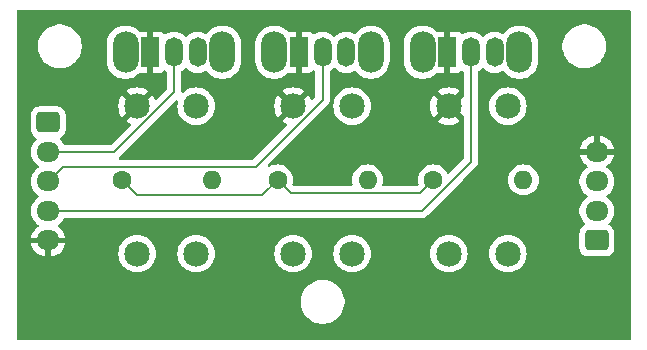
<source format=gbl>
%TF.GenerationSoftware,KiCad,Pcbnew,8.0.1*%
%TF.CreationDate,2024-04-28T18:53:44+02:00*%
%TF.ProjectId,SwitchesModule,53776974-6368-4657-934d-6f64756c652e,v0.1*%
%TF.SameCoordinates,Original*%
%TF.FileFunction,Copper,L2,Bot*%
%TF.FilePolarity,Positive*%
%FSLAX46Y46*%
G04 Gerber Fmt 4.6, Leading zero omitted, Abs format (unit mm)*
G04 Created by KiCad (PCBNEW 8.0.1) date 2024-04-28 18:53:44*
%MOMM*%
%LPD*%
G01*
G04 APERTURE LIST*
G04 Aperture macros list*
%AMRoundRect*
0 Rectangle with rounded corners*
0 $1 Rounding radius*
0 $2 $3 $4 $5 $6 $7 $8 $9 X,Y pos of 4 corners*
0 Add a 4 corners polygon primitive as box body*
4,1,4,$2,$3,$4,$5,$6,$7,$8,$9,$2,$3,0*
0 Add four circle primitives for the rounded corners*
1,1,$1+$1,$2,$3*
1,1,$1+$1,$4,$5*
1,1,$1+$1,$6,$7*
1,1,$1+$1,$8,$9*
0 Add four rect primitives between the rounded corners*
20,1,$1+$1,$2,$3,$4,$5,0*
20,1,$1+$1,$4,$5,$6,$7,0*
20,1,$1+$1,$6,$7,$8,$9,0*
20,1,$1+$1,$8,$9,$2,$3,0*%
G04 Aperture macros list end*
%TA.AperFunction,ComponentPad*%
%ADD10C,2.159000*%
%TD*%
%TA.AperFunction,ComponentPad*%
%ADD11O,2.200000X3.500000*%
%TD*%
%TA.AperFunction,ComponentPad*%
%ADD12R,1.500000X2.500000*%
%TD*%
%TA.AperFunction,ComponentPad*%
%ADD13O,1.500000X2.500000*%
%TD*%
%TA.AperFunction,ComponentPad*%
%ADD14C,1.600000*%
%TD*%
%TA.AperFunction,ComponentPad*%
%ADD15O,1.600000X1.600000*%
%TD*%
%TA.AperFunction,ComponentPad*%
%ADD16RoundRect,0.250000X0.725000X-0.600000X0.725000X0.600000X-0.725000X0.600000X-0.725000X-0.600000X0*%
%TD*%
%TA.AperFunction,ComponentPad*%
%ADD17O,1.950000X1.700000*%
%TD*%
%TA.AperFunction,ComponentPad*%
%ADD18RoundRect,0.250000X-0.725000X0.600000X-0.725000X-0.600000X0.725000X-0.600000X0.725000X0.600000X0*%
%TD*%
%TA.AperFunction,Conductor*%
%ADD19C,0.200000*%
%TD*%
G04 APERTURE END LIST*
D10*
%TO.P,SW3,1,1*%
%TO.N,Net-(J1-Pin_3)*%
X161533520Y-96496700D03*
%TO.P,SW3,2,2*%
%TO.N,unconnected-(SW3-Pad2)*%
X161533520Y-108993500D03*
%TO.P,SW3,3,K*%
%TO.N,GND*%
X156534800Y-96496700D03*
%TO.P,SW3,4,A*%
%TO.N,unconnected-(SW3-A-Pad4)*%
X156534800Y-108993500D03*
%TD*%
D11*
%TO.P,SW5,*%
%TO.N,*%
X141732000Y-91948000D03*
X149932000Y-91948000D03*
D12*
%TO.P,SW5,1,O*%
%TO.N,GND*%
X143832000Y-91948000D03*
D13*
%TO.P,SW5,2,P*%
%TO.N,Net-(J2-Pin_3)*%
X145832000Y-91948000D03*
%TO.P,SW5,3,S*%
%TO.N,unconnected-(SW5-S-Pad3)*%
X147832000Y-91948000D03*
%TD*%
D10*
%TO.P,SW1,1,1*%
%TO.N,Net-(J1-Pin_1)*%
X135129200Y-96496700D03*
%TO.P,SW1,2,2*%
%TO.N,unconnected-(SW1-Pad2)*%
X135129200Y-108993500D03*
%TO.P,SW1,3,K*%
%TO.N,GND*%
X130130480Y-96496700D03*
%TO.P,SW1,4,A*%
%TO.N,unconnected-(SW1-A-Pad4)*%
X130130480Y-108993500D03*
%TD*%
D11*
%TO.P,SW6,*%
%TO.N,*%
X154308080Y-91948000D03*
X162508080Y-91948000D03*
D12*
%TO.P,SW6,1,O*%
%TO.N,GND*%
X156408080Y-91948000D03*
D13*
%TO.P,SW6,2,P*%
%TO.N,Net-(J2-Pin_4)*%
X158408080Y-91948000D03*
%TO.P,SW6,3,S*%
%TO.N,unconnected-(SW6-S-Pad3)*%
X160408080Y-91948000D03*
%TD*%
D10*
%TO.P,SW2,1,1*%
%TO.N,Net-(J1-Pin_2)*%
X148331360Y-96496700D03*
%TO.P,SW2,2,2*%
%TO.N,unconnected-(SW2-Pad2)*%
X148331360Y-108993500D03*
%TO.P,SW2,3,K*%
%TO.N,GND*%
X143332640Y-96496700D03*
%TO.P,SW2,4,A*%
%TO.N,unconnected-(SW2-A-Pad4)*%
X143332640Y-108993500D03*
%TD*%
D11*
%TO.P,SW4,*%
%TO.N,*%
X129155920Y-91948000D03*
X137355920Y-91948000D03*
D12*
%TO.P,SW4,1,O*%
%TO.N,GND*%
X131255920Y-91948000D03*
D13*
%TO.P,SW4,2,P*%
%TO.N,Net-(J2-Pin_2)*%
X133255920Y-91948000D03*
%TO.P,SW4,3,S*%
%TO.N,unconnected-(SW4-S-Pad3)*%
X135255920Y-91948000D03*
%TD*%
D14*
%TO.P,R2,1*%
%TO.N,+3.3V*%
X142022000Y-102745100D03*
D15*
%TO.P,R2,2*%
%TO.N,Net-(J2-Pin_3)*%
X149642000Y-102745100D03*
%TD*%
D16*
%TO.P,J1,1,Pin_1*%
%TO.N,Net-(J1-Pin_1)*%
X169059700Y-107878260D03*
D17*
%TO.P,J1,2,Pin_2*%
%TO.N,Net-(J1-Pin_2)*%
X169059700Y-105378260D03*
%TO.P,J1,3,Pin_3*%
%TO.N,Net-(J1-Pin_3)*%
X169059700Y-102878260D03*
%TO.P,J1,4,Pin_4*%
%TO.N,GND*%
X169059700Y-100378260D03*
%TD*%
D14*
%TO.P,R1,1*%
%TO.N,+3.3V*%
X128819840Y-102745100D03*
D15*
%TO.P,R1,2*%
%TO.N,Net-(J2-Pin_2)*%
X136439840Y-102745100D03*
%TD*%
D14*
%TO.P,R3,1*%
%TO.N,+3.3V*%
X155224160Y-102745100D03*
D15*
%TO.P,R3,2*%
%TO.N,Net-(J2-Pin_4)*%
X162844160Y-102745100D03*
%TD*%
D18*
%TO.P,J2,1,Pin_1*%
%TO.N,+3.3V*%
X122603100Y-97878260D03*
D17*
%TO.P,J2,2,Pin_2*%
%TO.N,Net-(J2-Pin_2)*%
X122603100Y-100378260D03*
%TO.P,J2,3,Pin_3*%
%TO.N,Net-(J2-Pin_3)*%
X122603100Y-102878260D03*
%TO.P,J2,4,Pin_4*%
%TO.N,Net-(J2-Pin_4)*%
X122603100Y-105378260D03*
%TO.P,J2,5,Pin_5*%
%TO.N,GND*%
X122603100Y-107878260D03*
%TD*%
D19*
%TO.N,Net-(J2-Pin_2)*%
X128199828Y-100378260D02*
X133255920Y-95322168D01*
X122603100Y-100378260D02*
X128199828Y-100378260D01*
X133255920Y-95322168D02*
X133255920Y-91948000D01*
%TO.N,Net-(J2-Pin_3)*%
X122603100Y-102878260D02*
X123836260Y-101645100D01*
X123836260Y-101645100D02*
X140157660Y-101645100D01*
X145832000Y-95970760D02*
X145832000Y-91948000D01*
X140157660Y-101645100D02*
X145832000Y-95970760D01*
%TO.N,Net-(J2-Pin_4)*%
X122603100Y-105378260D02*
X154229900Y-105378260D01*
X154229900Y-105378260D02*
X158408080Y-101200080D01*
X158408080Y-101200080D02*
X158408080Y-91948000D01*
%TO.N,+3.3V*%
X142022000Y-102745100D02*
X143122000Y-103845100D01*
X128819840Y-102745100D02*
X130103000Y-104028260D01*
X143122000Y-103845100D02*
X154124160Y-103845100D01*
X140738840Y-104028260D02*
X142022000Y-102745100D01*
X154124160Y-103845100D02*
X155224160Y-102745100D01*
X130103000Y-104028260D02*
X140738840Y-104028260D01*
%TD*%
%TA.AperFunction,Conductor*%
%TO.N,GND*%
G36*
X171871639Y-88367045D02*
G01*
X171917394Y-88419849D01*
X171928600Y-88471360D01*
X171928600Y-116222360D01*
X171908915Y-116289399D01*
X171856111Y-116335154D01*
X171804600Y-116346360D01*
X120053600Y-116346360D01*
X119986561Y-116326675D01*
X119940806Y-116273871D01*
X119929600Y-116222360D01*
X119929600Y-113199548D01*
X143993600Y-113199548D01*
X144025261Y-113440045D01*
X144088047Y-113674364D01*
X144180873Y-113898465D01*
X144180876Y-113898472D01*
X144302164Y-114108549D01*
X144302166Y-114108552D01*
X144302167Y-114108553D01*
X144449833Y-114300996D01*
X144449839Y-114301003D01*
X144621356Y-114472520D01*
X144621362Y-114472525D01*
X144813811Y-114620196D01*
X145023888Y-114741484D01*
X145248000Y-114834314D01*
X145482311Y-114897098D01*
X145662686Y-114920844D01*
X145722811Y-114928760D01*
X145722812Y-114928760D01*
X145965389Y-114928760D01*
X146013488Y-114922427D01*
X146205889Y-114897098D01*
X146440200Y-114834314D01*
X146664312Y-114741484D01*
X146874389Y-114620196D01*
X147066838Y-114472525D01*
X147238365Y-114300998D01*
X147386036Y-114108549D01*
X147507324Y-113898472D01*
X147600154Y-113674360D01*
X147662938Y-113440049D01*
X147694600Y-113199548D01*
X147694600Y-112956972D01*
X147662938Y-112716471D01*
X147600154Y-112482160D01*
X147507324Y-112258048D01*
X147386036Y-112047971D01*
X147238365Y-111855522D01*
X147238360Y-111855516D01*
X147066843Y-111683999D01*
X147066836Y-111683993D01*
X146874393Y-111536327D01*
X146874392Y-111536326D01*
X146874389Y-111536324D01*
X146664312Y-111415036D01*
X146664305Y-111415033D01*
X146440204Y-111322207D01*
X146205885Y-111259421D01*
X145965389Y-111227760D01*
X145965388Y-111227760D01*
X145722812Y-111227760D01*
X145722811Y-111227760D01*
X145482314Y-111259421D01*
X145247995Y-111322207D01*
X145023894Y-111415033D01*
X145023885Y-111415037D01*
X144813806Y-111536327D01*
X144621363Y-111683993D01*
X144621356Y-111683999D01*
X144449839Y-111855516D01*
X144449833Y-111855523D01*
X144302167Y-112047966D01*
X144180877Y-112258045D01*
X144180873Y-112258054D01*
X144088047Y-112482155D01*
X144025261Y-112716474D01*
X143993600Y-112956971D01*
X143993600Y-113199548D01*
X119929600Y-113199548D01*
X119929600Y-105484547D01*
X121127600Y-105484547D01*
X121160854Y-105694503D01*
X121174586Y-105736767D01*
X121226544Y-105896674D01*
X121323051Y-106086080D01*
X121447990Y-106258046D01*
X121598309Y-106408365D01*
X121598314Y-106408369D01*
X121763318Y-106528251D01*
X121805984Y-106583580D01*
X121811963Y-106653194D01*
X121779358Y-106714989D01*
X121763318Y-106728887D01*
X121598640Y-106848532D01*
X121598635Y-106848536D01*
X121448376Y-106998795D01*
X121448372Y-106998800D01*
X121323479Y-107170702D01*
X121227004Y-107360042D01*
X121161342Y-107562130D01*
X121161342Y-107562133D01*
X121150869Y-107628260D01*
X122198954Y-107628260D01*
X122160470Y-107694917D01*
X122128100Y-107815725D01*
X122128100Y-107940795D01*
X122160470Y-108061603D01*
X122198954Y-108128260D01*
X121150869Y-108128260D01*
X121161342Y-108194386D01*
X121161342Y-108194389D01*
X121227004Y-108396477D01*
X121323479Y-108585817D01*
X121448372Y-108757719D01*
X121448376Y-108757724D01*
X121598635Y-108907983D01*
X121598640Y-108907987D01*
X121770542Y-109032880D01*
X121959882Y-109129355D01*
X122161972Y-109195017D01*
X122353100Y-109225289D01*
X122353100Y-108282405D01*
X122419757Y-108320890D01*
X122540565Y-108353260D01*
X122665635Y-108353260D01*
X122786443Y-108320890D01*
X122853100Y-108282405D01*
X122853100Y-109225288D01*
X123044227Y-109195017D01*
X123246317Y-109129355D01*
X123435657Y-109032880D01*
X123489859Y-108993500D01*
X128545594Y-108993500D01*
X128565107Y-109241434D01*
X128623164Y-109483259D01*
X128718335Y-109713023D01*
X128848276Y-109925068D01*
X128848277Y-109925070D01*
X128848280Y-109925073D01*
X129009796Y-110114184D01*
X129156186Y-110239213D01*
X129198909Y-110275702D01*
X129198911Y-110275703D01*
X129410956Y-110405644D01*
X129640720Y-110500815D01*
X129640721Y-110500815D01*
X129640723Y-110500816D01*
X129882549Y-110558873D01*
X130130480Y-110578386D01*
X130378411Y-110558873D01*
X130620237Y-110500816D01*
X130850003Y-110405644D01*
X131062053Y-110275700D01*
X131251164Y-110114184D01*
X131412680Y-109925073D01*
X131542624Y-109713023D01*
X131637796Y-109483257D01*
X131695853Y-109241431D01*
X131715366Y-108993500D01*
X133544314Y-108993500D01*
X133563827Y-109241434D01*
X133621884Y-109483259D01*
X133717055Y-109713023D01*
X133846996Y-109925068D01*
X133846997Y-109925070D01*
X133847000Y-109925073D01*
X134008516Y-110114184D01*
X134154906Y-110239213D01*
X134197629Y-110275702D01*
X134197631Y-110275703D01*
X134409676Y-110405644D01*
X134639440Y-110500815D01*
X134639441Y-110500815D01*
X134639443Y-110500816D01*
X134881269Y-110558873D01*
X135129200Y-110578386D01*
X135377131Y-110558873D01*
X135618957Y-110500816D01*
X135848723Y-110405644D01*
X136060773Y-110275700D01*
X136249884Y-110114184D01*
X136411400Y-109925073D01*
X136541344Y-109713023D01*
X136636516Y-109483257D01*
X136694573Y-109241431D01*
X136714086Y-108993500D01*
X141747754Y-108993500D01*
X141767267Y-109241434D01*
X141825324Y-109483259D01*
X141920495Y-109713023D01*
X142050436Y-109925068D01*
X142050437Y-109925070D01*
X142050440Y-109925073D01*
X142211956Y-110114184D01*
X142358346Y-110239213D01*
X142401069Y-110275702D01*
X142401071Y-110275703D01*
X142613116Y-110405644D01*
X142842880Y-110500815D01*
X142842881Y-110500815D01*
X142842883Y-110500816D01*
X143084709Y-110558873D01*
X143332640Y-110578386D01*
X143580571Y-110558873D01*
X143822397Y-110500816D01*
X144052163Y-110405644D01*
X144264213Y-110275700D01*
X144453324Y-110114184D01*
X144614840Y-109925073D01*
X144744784Y-109713023D01*
X144839956Y-109483257D01*
X144898013Y-109241431D01*
X144917526Y-108993500D01*
X146746474Y-108993500D01*
X146765987Y-109241434D01*
X146824044Y-109483259D01*
X146919215Y-109713023D01*
X147049156Y-109925068D01*
X147049157Y-109925070D01*
X147049160Y-109925073D01*
X147210676Y-110114184D01*
X147357066Y-110239213D01*
X147399789Y-110275702D01*
X147399791Y-110275703D01*
X147611836Y-110405644D01*
X147841600Y-110500815D01*
X147841601Y-110500815D01*
X147841603Y-110500816D01*
X148083429Y-110558873D01*
X148331360Y-110578386D01*
X148579291Y-110558873D01*
X148821117Y-110500816D01*
X149050883Y-110405644D01*
X149262933Y-110275700D01*
X149452044Y-110114184D01*
X149613560Y-109925073D01*
X149743504Y-109713023D01*
X149838676Y-109483257D01*
X149896733Y-109241431D01*
X149916246Y-108993500D01*
X154949914Y-108993500D01*
X154969427Y-109241434D01*
X155027484Y-109483259D01*
X155122655Y-109713023D01*
X155252596Y-109925068D01*
X155252597Y-109925070D01*
X155252600Y-109925073D01*
X155414116Y-110114184D01*
X155560506Y-110239213D01*
X155603229Y-110275702D01*
X155603231Y-110275703D01*
X155815276Y-110405644D01*
X156045040Y-110500815D01*
X156045041Y-110500815D01*
X156045043Y-110500816D01*
X156286869Y-110558873D01*
X156534800Y-110578386D01*
X156782731Y-110558873D01*
X157024557Y-110500816D01*
X157254323Y-110405644D01*
X157466373Y-110275700D01*
X157655484Y-110114184D01*
X157817000Y-109925073D01*
X157946944Y-109713023D01*
X158042116Y-109483257D01*
X158100173Y-109241431D01*
X158119686Y-108993500D01*
X159948634Y-108993500D01*
X159968147Y-109241434D01*
X160026204Y-109483259D01*
X160121375Y-109713023D01*
X160251316Y-109925068D01*
X160251317Y-109925070D01*
X160251320Y-109925073D01*
X160412836Y-110114184D01*
X160559226Y-110239213D01*
X160601949Y-110275702D01*
X160601951Y-110275703D01*
X160813996Y-110405644D01*
X161043760Y-110500815D01*
X161043761Y-110500815D01*
X161043763Y-110500816D01*
X161285589Y-110558873D01*
X161533520Y-110578386D01*
X161781451Y-110558873D01*
X162023277Y-110500816D01*
X162253043Y-110405644D01*
X162465093Y-110275700D01*
X162654204Y-110114184D01*
X162815720Y-109925073D01*
X162945664Y-109713023D01*
X163040836Y-109483257D01*
X163098893Y-109241431D01*
X163118406Y-108993500D01*
X163098893Y-108745569D01*
X163046722Y-108528261D01*
X167584200Y-108528261D01*
X167584201Y-108528278D01*
X167594700Y-108631056D01*
X167594701Y-108631059D01*
X167636673Y-108757719D01*
X167649886Y-108797594D01*
X167741988Y-108946916D01*
X167866044Y-109070972D01*
X168015366Y-109163074D01*
X168181903Y-109218259D01*
X168284691Y-109228760D01*
X169834708Y-109228759D01*
X169937497Y-109218259D01*
X170104034Y-109163074D01*
X170253356Y-109070972D01*
X170377412Y-108946916D01*
X170469514Y-108797594D01*
X170524699Y-108631057D01*
X170535200Y-108528269D01*
X170535199Y-107228252D01*
X170524699Y-107125463D01*
X170469514Y-106958926D01*
X170377412Y-106809604D01*
X170253356Y-106685548D01*
X170104034Y-106593446D01*
X170104033Y-106593445D01*
X170098578Y-106590081D01*
X170051854Y-106538133D01*
X170040631Y-106469170D01*
X170068475Y-106405088D01*
X170075972Y-106396883D01*
X170214804Y-106258052D01*
X170339751Y-106086076D01*
X170436257Y-105896672D01*
X170501946Y-105694503D01*
X170535200Y-105484547D01*
X170535200Y-105271973D01*
X170501946Y-105062017D01*
X170436257Y-104859848D01*
X170339751Y-104670444D01*
X170339749Y-104670441D01*
X170339748Y-104670439D01*
X170214809Y-104498473D01*
X170064492Y-104348156D01*
X170064484Y-104348150D01*
X169899904Y-104228576D01*
X169857240Y-104173249D01*
X169851261Y-104103636D01*
X169883866Y-104041840D01*
X169899899Y-104027946D01*
X170064492Y-103908364D01*
X170214804Y-103758052D01*
X170214806Y-103758048D01*
X170214809Y-103758046D01*
X170339748Y-103586080D01*
X170339747Y-103586080D01*
X170339751Y-103586076D01*
X170436257Y-103396672D01*
X170501946Y-103194503D01*
X170535200Y-102984547D01*
X170535200Y-102771973D01*
X170501946Y-102562017D01*
X170436257Y-102359848D01*
X170339751Y-102170444D01*
X170339749Y-102170441D01*
X170339748Y-102170439D01*
X170214809Y-101998473D01*
X170064490Y-101848154D01*
X170064485Y-101848150D01*
X169899481Y-101728268D01*
X169856815Y-101672938D01*
X169850836Y-101603325D01*
X169883441Y-101541530D01*
X169899481Y-101527631D01*
X170064166Y-101407981D01*
X170214423Y-101257724D01*
X170214427Y-101257719D01*
X170339320Y-101085817D01*
X170435795Y-100896477D01*
X170501457Y-100694389D01*
X170501457Y-100694386D01*
X170511931Y-100628260D01*
X169463846Y-100628260D01*
X169502330Y-100561603D01*
X169534700Y-100440795D01*
X169534700Y-100315725D01*
X169502330Y-100194917D01*
X169463846Y-100128260D01*
X170511931Y-100128260D01*
X170501457Y-100062133D01*
X170501457Y-100062130D01*
X170435795Y-99860042D01*
X170339320Y-99670702D01*
X170214427Y-99498800D01*
X170214423Y-99498795D01*
X170064164Y-99348536D01*
X170064159Y-99348532D01*
X169892257Y-99223639D01*
X169702917Y-99127164D01*
X169500828Y-99061502D01*
X169309700Y-99031229D01*
X169309700Y-99974114D01*
X169243043Y-99935630D01*
X169122235Y-99903260D01*
X168997165Y-99903260D01*
X168876357Y-99935630D01*
X168809700Y-99974114D01*
X168809700Y-99031229D01*
X168618572Y-99061502D01*
X168618569Y-99061502D01*
X168416482Y-99127164D01*
X168227142Y-99223639D01*
X168055240Y-99348532D01*
X168055235Y-99348536D01*
X167904976Y-99498795D01*
X167904972Y-99498800D01*
X167780079Y-99670702D01*
X167683604Y-99860042D01*
X167617942Y-100062130D01*
X167617942Y-100062133D01*
X167607469Y-100128260D01*
X168655554Y-100128260D01*
X168617070Y-100194917D01*
X168584700Y-100315725D01*
X168584700Y-100440795D01*
X168617070Y-100561603D01*
X168655554Y-100628260D01*
X167607469Y-100628260D01*
X167617942Y-100694386D01*
X167617942Y-100694389D01*
X167683604Y-100896477D01*
X167780079Y-101085817D01*
X167904972Y-101257719D01*
X167904976Y-101257724D01*
X168055235Y-101407983D01*
X168055240Y-101407987D01*
X168219918Y-101527632D01*
X168262584Y-101582961D01*
X168268563Y-101652575D01*
X168235958Y-101714370D01*
X168219918Y-101728268D01*
X168054914Y-101848150D01*
X168054909Y-101848154D01*
X167904590Y-101998473D01*
X167779651Y-102170439D01*
X167683144Y-102359845D01*
X167683143Y-102359847D01*
X167683143Y-102359848D01*
X167669547Y-102401693D01*
X167617453Y-102562020D01*
X167584200Y-102771973D01*
X167584200Y-102984546D01*
X167616994Y-103191602D01*
X167617454Y-103194503D01*
X167681443Y-103391441D01*
X167683144Y-103396674D01*
X167779651Y-103586080D01*
X167904590Y-103758046D01*
X168054909Y-103908365D01*
X168054914Y-103908369D01*
X168219493Y-104027942D01*
X168262159Y-104083271D01*
X168268138Y-104152885D01*
X168235533Y-104214680D01*
X168219493Y-104228578D01*
X168054914Y-104348150D01*
X168054909Y-104348154D01*
X167904590Y-104498473D01*
X167779651Y-104670439D01*
X167683144Y-104859845D01*
X167617453Y-105062020D01*
X167584200Y-105271973D01*
X167584200Y-105484547D01*
X167617454Y-105694503D01*
X167631186Y-105736767D01*
X167683144Y-105896674D01*
X167779651Y-106086080D01*
X167904590Y-106258046D01*
X168043405Y-106396861D01*
X168076890Y-106458184D01*
X168071906Y-106527876D01*
X168030034Y-106583809D01*
X168020821Y-106590081D01*
X167866042Y-106685549D01*
X167741989Y-106809602D01*
X167649887Y-106958923D01*
X167649886Y-106958926D01*
X167594701Y-107125463D01*
X167594701Y-107125464D01*
X167594700Y-107125464D01*
X167584200Y-107228243D01*
X167584200Y-108528261D01*
X163046722Y-108528261D01*
X163040836Y-108503743D01*
X162945664Y-108273977D01*
X162945664Y-108273976D01*
X162815723Y-108061931D01*
X162815722Y-108061929D01*
X162779233Y-108019206D01*
X162654204Y-107872816D01*
X162529173Y-107766030D01*
X162465090Y-107711297D01*
X162465088Y-107711296D01*
X162253043Y-107581355D01*
X162023279Y-107486184D01*
X161781454Y-107428127D01*
X161533520Y-107408614D01*
X161285585Y-107428127D01*
X161043760Y-107486184D01*
X160813996Y-107581355D01*
X160601951Y-107711296D01*
X160601949Y-107711297D01*
X160412836Y-107872816D01*
X160251317Y-108061929D01*
X160251316Y-108061931D01*
X160121375Y-108273976D01*
X160026204Y-108503740D01*
X159968147Y-108745565D01*
X159948634Y-108993500D01*
X158119686Y-108993500D01*
X158100173Y-108745569D01*
X158042116Y-108503743D01*
X157946944Y-108273977D01*
X157946944Y-108273976D01*
X157817003Y-108061931D01*
X157817002Y-108061929D01*
X157780513Y-108019206D01*
X157655484Y-107872816D01*
X157530453Y-107766030D01*
X157466370Y-107711297D01*
X157466368Y-107711296D01*
X157254323Y-107581355D01*
X157024559Y-107486184D01*
X156782734Y-107428127D01*
X156534800Y-107408614D01*
X156286865Y-107428127D01*
X156045040Y-107486184D01*
X155815276Y-107581355D01*
X155603231Y-107711296D01*
X155603229Y-107711297D01*
X155414116Y-107872816D01*
X155252597Y-108061929D01*
X155252596Y-108061931D01*
X155122655Y-108273976D01*
X155027484Y-108503740D01*
X154969427Y-108745565D01*
X154949914Y-108993500D01*
X149916246Y-108993500D01*
X149896733Y-108745569D01*
X149838676Y-108503743D01*
X149743504Y-108273977D01*
X149743504Y-108273976D01*
X149613563Y-108061931D01*
X149613562Y-108061929D01*
X149577073Y-108019206D01*
X149452044Y-107872816D01*
X149327013Y-107766030D01*
X149262930Y-107711297D01*
X149262928Y-107711296D01*
X149050883Y-107581355D01*
X148821119Y-107486184D01*
X148579294Y-107428127D01*
X148331360Y-107408614D01*
X148083425Y-107428127D01*
X147841600Y-107486184D01*
X147611836Y-107581355D01*
X147399791Y-107711296D01*
X147399789Y-107711297D01*
X147210676Y-107872816D01*
X147049157Y-108061929D01*
X147049156Y-108061931D01*
X146919215Y-108273976D01*
X146824044Y-108503740D01*
X146765987Y-108745565D01*
X146746474Y-108993500D01*
X144917526Y-108993500D01*
X144898013Y-108745569D01*
X144839956Y-108503743D01*
X144744784Y-108273977D01*
X144744784Y-108273976D01*
X144614843Y-108061931D01*
X144614842Y-108061929D01*
X144578353Y-108019206D01*
X144453324Y-107872816D01*
X144328293Y-107766030D01*
X144264210Y-107711297D01*
X144264208Y-107711296D01*
X144052163Y-107581355D01*
X143822399Y-107486184D01*
X143580574Y-107428127D01*
X143332640Y-107408614D01*
X143084705Y-107428127D01*
X142842880Y-107486184D01*
X142613116Y-107581355D01*
X142401071Y-107711296D01*
X142401069Y-107711297D01*
X142211956Y-107872816D01*
X142050437Y-108061929D01*
X142050436Y-108061931D01*
X141920495Y-108273976D01*
X141825324Y-108503740D01*
X141767267Y-108745565D01*
X141747754Y-108993500D01*
X136714086Y-108993500D01*
X136694573Y-108745569D01*
X136636516Y-108503743D01*
X136541344Y-108273977D01*
X136541344Y-108273976D01*
X136411403Y-108061931D01*
X136411402Y-108061929D01*
X136374913Y-108019206D01*
X136249884Y-107872816D01*
X136124853Y-107766030D01*
X136060770Y-107711297D01*
X136060768Y-107711296D01*
X135848723Y-107581355D01*
X135618959Y-107486184D01*
X135377134Y-107428127D01*
X135129200Y-107408614D01*
X134881265Y-107428127D01*
X134639440Y-107486184D01*
X134409676Y-107581355D01*
X134197631Y-107711296D01*
X134197629Y-107711297D01*
X134008516Y-107872816D01*
X133846997Y-108061929D01*
X133846996Y-108061931D01*
X133717055Y-108273976D01*
X133621884Y-108503740D01*
X133563827Y-108745565D01*
X133544314Y-108993500D01*
X131715366Y-108993500D01*
X131695853Y-108745569D01*
X131637796Y-108503743D01*
X131542624Y-108273977D01*
X131542624Y-108273976D01*
X131412683Y-108061931D01*
X131412682Y-108061929D01*
X131376193Y-108019206D01*
X131251164Y-107872816D01*
X131126133Y-107766030D01*
X131062050Y-107711297D01*
X131062048Y-107711296D01*
X130850003Y-107581355D01*
X130620239Y-107486184D01*
X130378414Y-107428127D01*
X130130480Y-107408614D01*
X129882545Y-107428127D01*
X129640720Y-107486184D01*
X129410956Y-107581355D01*
X129198911Y-107711296D01*
X129198909Y-107711297D01*
X129009796Y-107872816D01*
X128848277Y-108061929D01*
X128848276Y-108061931D01*
X128718335Y-108273976D01*
X128623164Y-108503740D01*
X128565107Y-108745565D01*
X128545594Y-108993500D01*
X123489859Y-108993500D01*
X123607559Y-108907987D01*
X123607564Y-108907983D01*
X123757823Y-108757724D01*
X123757827Y-108757719D01*
X123882720Y-108585817D01*
X123979195Y-108396477D01*
X124044857Y-108194389D01*
X124044857Y-108194386D01*
X124055331Y-108128260D01*
X123007246Y-108128260D01*
X123045730Y-108061603D01*
X123078100Y-107940795D01*
X123078100Y-107815725D01*
X123045730Y-107694917D01*
X123007246Y-107628260D01*
X124055331Y-107628260D01*
X124044857Y-107562133D01*
X124044857Y-107562130D01*
X123979195Y-107360042D01*
X123882720Y-107170702D01*
X123757827Y-106998800D01*
X123757823Y-106998795D01*
X123607564Y-106848536D01*
X123607559Y-106848532D01*
X123442881Y-106728887D01*
X123400215Y-106673557D01*
X123394236Y-106603944D01*
X123426841Y-106542149D01*
X123442876Y-106528254D01*
X123607892Y-106408364D01*
X123758204Y-106258052D01*
X123758206Y-106258048D01*
X123758209Y-106258046D01*
X123816761Y-106177453D01*
X123883151Y-106086076D01*
X123883449Y-106085490D01*
X123903335Y-106046465D01*
X123951309Y-105995669D01*
X124013819Y-105978760D01*
X154143231Y-105978760D01*
X154143247Y-105978761D01*
X154150843Y-105978761D01*
X154308954Y-105978761D01*
X154308957Y-105978761D01*
X154461685Y-105937837D01*
X154511804Y-105908899D01*
X154598616Y-105858780D01*
X154710420Y-105746976D01*
X154710420Y-105746974D01*
X154720628Y-105736767D01*
X154720630Y-105736764D01*
X157712293Y-102745101D01*
X161538692Y-102745101D01*
X161558524Y-102971786D01*
X161558526Y-102971797D01*
X161617418Y-103191588D01*
X161617421Y-103191597D01*
X161713591Y-103397832D01*
X161713592Y-103397834D01*
X161844114Y-103584241D01*
X162005018Y-103745145D01*
X162005021Y-103745147D01*
X162191426Y-103875668D01*
X162397664Y-103971839D01*
X162617468Y-104030735D01*
X162779390Y-104044901D01*
X162844158Y-104050568D01*
X162844160Y-104050568D01*
X162844162Y-104050568D01*
X162900833Y-104045609D01*
X163070852Y-104030735D01*
X163290656Y-103971839D01*
X163496894Y-103875668D01*
X163683299Y-103745147D01*
X163844207Y-103584239D01*
X163974728Y-103397834D01*
X164070899Y-103191596D01*
X164129795Y-102971792D01*
X164149628Y-102745100D01*
X164129795Y-102518408D01*
X164070899Y-102298604D01*
X163974728Y-102092366D01*
X163844207Y-101905961D01*
X163844205Y-101905958D01*
X163683301Y-101745054D01*
X163496894Y-101614532D01*
X163496892Y-101614531D01*
X163290657Y-101518361D01*
X163290648Y-101518358D01*
X163070857Y-101459466D01*
X163070853Y-101459465D01*
X163070852Y-101459465D01*
X163070851Y-101459464D01*
X163070846Y-101459464D01*
X162844162Y-101439632D01*
X162844158Y-101439632D01*
X162617473Y-101459464D01*
X162617462Y-101459466D01*
X162397671Y-101518358D01*
X162397662Y-101518361D01*
X162191427Y-101614531D01*
X162191425Y-101614532D01*
X162005018Y-101745054D01*
X161844114Y-101905958D01*
X161713592Y-102092365D01*
X161713591Y-102092367D01*
X161617421Y-102298602D01*
X161617418Y-102298611D01*
X161558526Y-102518402D01*
X161558524Y-102518413D01*
X161538692Y-102745098D01*
X161538692Y-102745101D01*
X157712293Y-102745101D01*
X158766586Y-101690808D01*
X158766591Y-101690804D01*
X158776794Y-101680600D01*
X158776796Y-101680600D01*
X158888600Y-101568796D01*
X158951722Y-101459465D01*
X158967657Y-101431865D01*
X159008581Y-101279137D01*
X159008581Y-101121023D01*
X159008581Y-101113428D01*
X159008580Y-101113410D01*
X159008580Y-96496700D01*
X159948634Y-96496700D01*
X159968147Y-96744634D01*
X160026204Y-96986459D01*
X160121375Y-97216223D01*
X160251316Y-97428268D01*
X160251317Y-97428270D01*
X160251320Y-97428273D01*
X160412836Y-97617384D01*
X160559226Y-97742413D01*
X160601949Y-97778902D01*
X160601951Y-97778903D01*
X160813996Y-97908844D01*
X161043760Y-98004015D01*
X161043761Y-98004015D01*
X161043763Y-98004016D01*
X161285589Y-98062073D01*
X161533520Y-98081586D01*
X161781451Y-98062073D01*
X162023277Y-98004016D01*
X162253043Y-97908844D01*
X162465093Y-97778900D01*
X162654204Y-97617384D01*
X162815720Y-97428273D01*
X162945664Y-97216223D01*
X163040836Y-96986457D01*
X163098893Y-96744631D01*
X163118406Y-96496700D01*
X163098893Y-96248769D01*
X163040836Y-96006943D01*
X163012331Y-95938125D01*
X162945664Y-95777176D01*
X162815723Y-95565131D01*
X162815722Y-95565129D01*
X162779233Y-95522406D01*
X162654204Y-95376016D01*
X162498588Y-95243107D01*
X162465090Y-95214497D01*
X162465088Y-95214496D01*
X162253043Y-95084555D01*
X162023279Y-94989384D01*
X161781454Y-94931327D01*
X161533520Y-94911814D01*
X161285585Y-94931327D01*
X161043760Y-94989384D01*
X160813996Y-95084555D01*
X160601951Y-95214496D01*
X160601949Y-95214497D01*
X160412836Y-95376016D01*
X160251317Y-95565129D01*
X160251316Y-95565131D01*
X160121375Y-95777176D01*
X160026204Y-96006940D01*
X159968147Y-96248765D01*
X159948634Y-96496700D01*
X159008580Y-96496700D01*
X159008580Y-93620596D01*
X159028265Y-93553557D01*
X159059694Y-93520278D01*
X159063483Y-93517524D01*
X159063485Y-93517524D01*
X159222726Y-93401828D01*
X159320399Y-93304155D01*
X159381722Y-93270670D01*
X159451414Y-93275654D01*
X159495761Y-93304155D01*
X159593434Y-93401828D01*
X159752675Y-93517524D01*
X159822784Y-93553246D01*
X159928050Y-93606882D01*
X159928052Y-93606882D01*
X159928055Y-93606884D01*
X160028397Y-93639487D01*
X160115253Y-93667709D01*
X160309658Y-93698500D01*
X160309663Y-93698500D01*
X160506502Y-93698500D01*
X160700906Y-93667709D01*
X160888105Y-93606884D01*
X161063485Y-93517524D01*
X161063489Y-93517520D01*
X161067167Y-93515647D01*
X161135836Y-93502751D01*
X161200577Y-93529027D01*
X161223779Y-93553245D01*
X161287287Y-93640656D01*
X161287289Y-93640658D01*
X161465425Y-93818794D01*
X161465430Y-93818798D01*
X161643197Y-93947952D01*
X161669235Y-93966870D01*
X161812264Y-94039747D01*
X161893696Y-94081239D01*
X161893698Y-94081239D01*
X161893701Y-94081241D01*
X162133295Y-94159090D01*
X162382118Y-94198500D01*
X162382119Y-94198500D01*
X162634041Y-94198500D01*
X162634042Y-94198500D01*
X162882865Y-94159090D01*
X163122459Y-94081241D01*
X163346925Y-93966870D01*
X163550736Y-93818793D01*
X163728873Y-93640656D01*
X163876950Y-93436845D01*
X163991321Y-93212379D01*
X164069170Y-92972785D01*
X164108580Y-92723962D01*
X164108580Y-91558748D01*
X166142400Y-91558748D01*
X166174061Y-91799245D01*
X166236847Y-92033564D01*
X166303139Y-92193606D01*
X166329676Y-92257672D01*
X166450964Y-92467749D01*
X166450966Y-92467752D01*
X166450967Y-92467753D01*
X166598633Y-92660196D01*
X166598639Y-92660203D01*
X166770156Y-92831720D01*
X166770162Y-92831725D01*
X166962611Y-92979396D01*
X167172688Y-93100684D01*
X167396800Y-93193514D01*
X167631111Y-93256298D01*
X167811486Y-93280044D01*
X167871611Y-93287960D01*
X167871612Y-93287960D01*
X168114189Y-93287960D01*
X168162288Y-93281627D01*
X168354689Y-93256298D01*
X168589000Y-93193514D01*
X168813112Y-93100684D01*
X169023189Y-92979396D01*
X169215638Y-92831725D01*
X169387165Y-92660198D01*
X169534836Y-92467749D01*
X169656124Y-92257672D01*
X169748954Y-92033560D01*
X169811738Y-91799249D01*
X169843400Y-91558748D01*
X169843400Y-91316172D01*
X169811738Y-91075671D01*
X169748954Y-90841360D01*
X169656124Y-90617248D01*
X169534836Y-90407171D01*
X169387165Y-90214722D01*
X169387160Y-90214716D01*
X169215643Y-90043199D01*
X169215636Y-90043193D01*
X169023193Y-89895527D01*
X169023192Y-89895526D01*
X169023189Y-89895524D01*
X168813112Y-89774236D01*
X168813105Y-89774233D01*
X168589004Y-89681407D01*
X168354685Y-89618621D01*
X168114189Y-89586960D01*
X168114188Y-89586960D01*
X167871612Y-89586960D01*
X167871611Y-89586960D01*
X167631114Y-89618621D01*
X167396795Y-89681407D01*
X167172694Y-89774233D01*
X167172685Y-89774237D01*
X166962606Y-89895527D01*
X166770163Y-90043193D01*
X166770156Y-90043199D01*
X166598639Y-90214716D01*
X166598633Y-90214723D01*
X166450967Y-90407166D01*
X166329677Y-90617245D01*
X166329673Y-90617254D01*
X166236847Y-90841355D01*
X166174061Y-91075674D01*
X166142400Y-91316171D01*
X166142400Y-91558748D01*
X164108580Y-91558748D01*
X164108580Y-91172038D01*
X164069170Y-90923215D01*
X163991321Y-90683621D01*
X163991319Y-90683618D01*
X163991319Y-90683616D01*
X163944559Y-90591845D01*
X163876950Y-90459155D01*
X163823378Y-90385419D01*
X163728878Y-90255350D01*
X163728874Y-90255345D01*
X163550734Y-90077205D01*
X163550729Y-90077201D01*
X163346928Y-89929132D01*
X163346927Y-89929131D01*
X163346925Y-89929130D01*
X163276827Y-89893413D01*
X163122463Y-89814760D01*
X162882865Y-89736910D01*
X162634042Y-89697500D01*
X162382118Y-89697500D01*
X162257706Y-89717205D01*
X162133294Y-89736910D01*
X161893696Y-89814760D01*
X161669231Y-89929132D01*
X161465430Y-90077201D01*
X161465425Y-90077205D01*
X161287289Y-90255341D01*
X161287282Y-90255350D01*
X161223779Y-90342753D01*
X161168449Y-90385419D01*
X161098836Y-90391397D01*
X161067167Y-90380352D01*
X160888109Y-90289117D01*
X160700906Y-90228290D01*
X160506502Y-90197500D01*
X160506497Y-90197500D01*
X160309663Y-90197500D01*
X160309658Y-90197500D01*
X160115253Y-90228290D01*
X159928050Y-90289117D01*
X159752674Y-90378476D01*
X159683746Y-90428556D01*
X159593434Y-90494172D01*
X159593432Y-90494174D01*
X159593431Y-90494174D01*
X159495761Y-90591845D01*
X159434438Y-90625330D01*
X159364746Y-90620346D01*
X159320399Y-90591845D01*
X159222728Y-90494174D01*
X159222726Y-90494172D01*
X159063485Y-90378476D01*
X158888109Y-90289117D01*
X158700906Y-90228290D01*
X158506502Y-90197500D01*
X158506497Y-90197500D01*
X158309663Y-90197500D01*
X158309658Y-90197500D01*
X158115253Y-90228290D01*
X157928050Y-90289117D01*
X157752673Y-90378477D01*
X157752665Y-90378482D01*
X157716060Y-90405077D01*
X157650253Y-90428556D01*
X157582199Y-90412730D01*
X157543910Y-90379070D01*
X157515267Y-90340809D01*
X157400173Y-90254649D01*
X157400166Y-90254645D01*
X157265459Y-90204403D01*
X157265452Y-90204401D01*
X157205924Y-90198000D01*
X156658080Y-90198000D01*
X156658080Y-91632314D01*
X156653686Y-91627920D01*
X156562474Y-91575259D01*
X156460741Y-91548000D01*
X156355419Y-91548000D01*
X156253686Y-91575259D01*
X156162474Y-91627920D01*
X156158080Y-91632314D01*
X156158080Y-90198000D01*
X155610252Y-90198000D01*
X155610233Y-90198001D01*
X155543981Y-90205124D01*
X155475222Y-90192719D01*
X155443045Y-90169516D01*
X155350734Y-90077205D01*
X155350729Y-90077201D01*
X155146928Y-89929132D01*
X155146927Y-89929131D01*
X155146925Y-89929130D01*
X155076827Y-89893413D01*
X154922463Y-89814760D01*
X154682865Y-89736910D01*
X154434042Y-89697500D01*
X154182118Y-89697500D01*
X154057706Y-89717205D01*
X153933294Y-89736910D01*
X153693696Y-89814760D01*
X153469231Y-89929132D01*
X153265430Y-90077201D01*
X153265425Y-90077205D01*
X153087285Y-90255345D01*
X153087281Y-90255350D01*
X152939212Y-90459151D01*
X152824840Y-90683616D01*
X152746990Y-90923214D01*
X152707580Y-91172038D01*
X152707580Y-92723961D01*
X152746990Y-92972785D01*
X152824840Y-93212383D01*
X152857079Y-93275654D01*
X152921366Y-93401825D01*
X152939212Y-93436848D01*
X153087281Y-93640649D01*
X153087285Y-93640654D01*
X153265425Y-93818794D01*
X153265430Y-93818798D01*
X153443197Y-93947952D01*
X153469235Y-93966870D01*
X153612264Y-94039747D01*
X153693696Y-94081239D01*
X153693698Y-94081239D01*
X153693701Y-94081241D01*
X153933295Y-94159090D01*
X154182118Y-94198500D01*
X154182119Y-94198500D01*
X154434041Y-94198500D01*
X154434042Y-94198500D01*
X154682865Y-94159090D01*
X154922459Y-94081241D01*
X155146925Y-93966870D01*
X155350736Y-93818793D01*
X155443048Y-93726480D01*
X155504367Y-93692998D01*
X155543983Y-93690875D01*
X155610238Y-93697999D01*
X155610252Y-93698000D01*
X156158080Y-93698000D01*
X156158080Y-92263686D01*
X156162474Y-92268080D01*
X156253686Y-92320741D01*
X156355419Y-92348000D01*
X156460741Y-92348000D01*
X156562474Y-92320741D01*
X156653686Y-92268080D01*
X156658080Y-92263686D01*
X156658080Y-93698000D01*
X157205908Y-93698000D01*
X157205924Y-93697999D01*
X157265452Y-93691598D01*
X157265459Y-93691596D01*
X157400166Y-93641354D01*
X157400173Y-93641350D01*
X157515266Y-93555190D01*
X157543909Y-93516930D01*
X157599843Y-93475059D01*
X157669535Y-93470075D01*
X157716061Y-93490923D01*
X157756465Y-93520278D01*
X157799131Y-93575607D01*
X157807580Y-93620596D01*
X157807580Y-95526111D01*
X157787895Y-95593150D01*
X157771261Y-95613792D01*
X157098955Y-96286097D01*
X157093390Y-96265325D01*
X157014472Y-96128635D01*
X156902865Y-96017028D01*
X156766175Y-95938110D01*
X156745403Y-95932544D01*
X157464194Y-95213752D01*
X157254095Y-95085003D01*
X157024397Y-94989859D01*
X156782648Y-94931821D01*
X156782649Y-94931821D01*
X156534800Y-94912316D01*
X156286950Y-94931821D01*
X156045202Y-94989859D01*
X155815512Y-95085000D01*
X155815506Y-95085003D01*
X155605404Y-95213752D01*
X156324197Y-95932544D01*
X156303425Y-95938110D01*
X156166735Y-96017028D01*
X156055128Y-96128635D01*
X155976210Y-96265325D01*
X155970644Y-96286096D01*
X155251852Y-95567304D01*
X155123103Y-95777406D01*
X155123100Y-95777412D01*
X155027959Y-96007102D01*
X154969921Y-96248850D01*
X154950416Y-96496700D01*
X154969921Y-96744549D01*
X155027959Y-96986297D01*
X155123103Y-97215995D01*
X155251852Y-97426094D01*
X155970644Y-96707302D01*
X155976210Y-96728075D01*
X156055128Y-96864765D01*
X156166735Y-96976372D01*
X156303425Y-97055290D01*
X156324196Y-97060855D01*
X155605404Y-97779646D01*
X155815504Y-97908396D01*
X156045202Y-98003540D01*
X156286951Y-98061578D01*
X156286950Y-98061578D01*
X156534800Y-98081083D01*
X156782649Y-98061578D01*
X157024396Y-98003540D01*
X157254100Y-97908393D01*
X157464194Y-97779646D01*
X156745402Y-97060855D01*
X156766175Y-97055290D01*
X156902865Y-96976372D01*
X157014472Y-96864765D01*
X157093390Y-96728075D01*
X157098955Y-96707302D01*
X157771261Y-97379608D01*
X157804746Y-97440931D01*
X157807580Y-97467289D01*
X157807580Y-100899982D01*
X157787895Y-100967021D01*
X157771261Y-100987663D01*
X156579116Y-102179807D01*
X156517793Y-102213292D01*
X156448101Y-102208308D01*
X156392168Y-102166436D01*
X156379053Y-102144531D01*
X156354728Y-102092366D01*
X156224207Y-101905961D01*
X156224205Y-101905958D01*
X156063301Y-101745054D01*
X155876894Y-101614532D01*
X155876892Y-101614531D01*
X155670657Y-101518361D01*
X155670648Y-101518358D01*
X155450857Y-101459466D01*
X155450853Y-101459465D01*
X155450852Y-101459465D01*
X155450851Y-101459464D01*
X155450846Y-101459464D01*
X155224162Y-101439632D01*
X155224158Y-101439632D01*
X154997473Y-101459464D01*
X154997462Y-101459466D01*
X154777671Y-101518358D01*
X154777662Y-101518361D01*
X154571427Y-101614531D01*
X154571425Y-101614532D01*
X154385018Y-101745054D01*
X154224114Y-101905958D01*
X154093592Y-102092365D01*
X154093591Y-102092367D01*
X153997421Y-102298602D01*
X153997418Y-102298611D01*
X153938526Y-102518402D01*
X153938524Y-102518413D01*
X153918692Y-102745098D01*
X153918692Y-102745101D01*
X153938524Y-102971786D01*
X153938526Y-102971797D01*
X153964312Y-103068031D01*
X153962649Y-103137881D01*
X153932220Y-103187803D01*
X153911745Y-103208279D01*
X153850423Y-103241766D01*
X153824062Y-103244600D01*
X151016137Y-103244600D01*
X150949098Y-103224915D01*
X150903343Y-103172111D01*
X150893399Y-103102953D01*
X150896362Y-103088507D01*
X150924217Y-102984547D01*
X150927635Y-102971792D01*
X150947468Y-102745100D01*
X150927635Y-102518408D01*
X150868739Y-102298604D01*
X150772568Y-102092366D01*
X150642047Y-101905961D01*
X150642045Y-101905958D01*
X150481141Y-101745054D01*
X150294734Y-101614532D01*
X150294732Y-101614531D01*
X150088497Y-101518361D01*
X150088488Y-101518358D01*
X149868697Y-101459466D01*
X149868693Y-101459465D01*
X149868692Y-101459465D01*
X149868691Y-101459464D01*
X149868686Y-101459464D01*
X149642002Y-101439632D01*
X149641998Y-101439632D01*
X149415313Y-101459464D01*
X149415302Y-101459466D01*
X149195511Y-101518358D01*
X149195502Y-101518361D01*
X148989267Y-101614531D01*
X148989265Y-101614532D01*
X148802858Y-101745054D01*
X148641954Y-101905958D01*
X148511432Y-102092365D01*
X148511431Y-102092367D01*
X148415261Y-102298602D01*
X148415258Y-102298611D01*
X148356366Y-102518402D01*
X148356364Y-102518413D01*
X148336532Y-102745098D01*
X148336532Y-102745101D01*
X148356364Y-102971786D01*
X148356366Y-102971797D01*
X148387638Y-103088507D01*
X148385975Y-103158357D01*
X148346812Y-103216219D01*
X148282583Y-103243723D01*
X148267863Y-103244600D01*
X143422097Y-103244600D01*
X143355058Y-103224915D01*
X143334416Y-103208281D01*
X143313941Y-103187806D01*
X143280456Y-103126483D01*
X143281847Y-103068031D01*
X143304217Y-102984547D01*
X143307635Y-102971792D01*
X143327468Y-102745100D01*
X143307635Y-102518408D01*
X143248739Y-102298604D01*
X143152568Y-102092366D01*
X143022047Y-101905961D01*
X143022045Y-101905958D01*
X142861141Y-101745054D01*
X142674734Y-101614532D01*
X142674732Y-101614531D01*
X142468497Y-101518361D01*
X142468488Y-101518358D01*
X142248697Y-101459466D01*
X142248693Y-101459465D01*
X142248692Y-101459465D01*
X142248691Y-101459464D01*
X142248686Y-101459464D01*
X142022002Y-101439632D01*
X142021998Y-101439632D01*
X141795313Y-101459464D01*
X141795302Y-101459466D01*
X141575511Y-101518358D01*
X141575502Y-101518362D01*
X141384902Y-101607240D01*
X141315824Y-101617732D01*
X141252040Y-101589212D01*
X141213801Y-101530735D01*
X141213247Y-101460868D01*
X141244814Y-101407179D01*
X146155296Y-96496700D01*
X146746474Y-96496700D01*
X146765987Y-96744634D01*
X146824044Y-96986459D01*
X146919215Y-97216223D01*
X147049156Y-97428268D01*
X147049157Y-97428270D01*
X147049160Y-97428273D01*
X147210676Y-97617384D01*
X147357066Y-97742413D01*
X147399789Y-97778902D01*
X147399791Y-97778903D01*
X147611836Y-97908844D01*
X147841600Y-98004015D01*
X147841601Y-98004015D01*
X147841603Y-98004016D01*
X148083429Y-98062073D01*
X148331360Y-98081586D01*
X148579291Y-98062073D01*
X148821117Y-98004016D01*
X149050883Y-97908844D01*
X149262933Y-97778900D01*
X149452044Y-97617384D01*
X149613560Y-97428273D01*
X149743504Y-97216223D01*
X149838676Y-96986457D01*
X149896733Y-96744631D01*
X149916246Y-96496700D01*
X149896733Y-96248769D01*
X149838676Y-96006943D01*
X149810171Y-95938125D01*
X149743504Y-95777176D01*
X149613563Y-95565131D01*
X149613562Y-95565129D01*
X149577073Y-95522406D01*
X149452044Y-95376016D01*
X149296428Y-95243107D01*
X149262930Y-95214497D01*
X149262928Y-95214496D01*
X149050883Y-95084555D01*
X148821119Y-94989384D01*
X148579294Y-94931327D01*
X148331360Y-94911814D01*
X148083425Y-94931327D01*
X147841600Y-94989384D01*
X147611836Y-95084555D01*
X147399791Y-95214496D01*
X147399789Y-95214497D01*
X147210676Y-95376016D01*
X147049157Y-95565129D01*
X147049156Y-95565131D01*
X146919215Y-95777176D01*
X146824044Y-96006940D01*
X146765987Y-96248765D01*
X146746474Y-96496700D01*
X146155296Y-96496700D01*
X146312520Y-96339476D01*
X146391577Y-96202544D01*
X146432501Y-96049817D01*
X146432501Y-95891702D01*
X146432501Y-95884107D01*
X146432500Y-95884089D01*
X146432500Y-93620596D01*
X146452185Y-93553557D01*
X146483614Y-93520278D01*
X146487403Y-93517524D01*
X146487405Y-93517524D01*
X146646646Y-93401828D01*
X146744319Y-93304155D01*
X146805642Y-93270670D01*
X146875334Y-93275654D01*
X146919681Y-93304155D01*
X147017354Y-93401828D01*
X147176595Y-93517524D01*
X147246704Y-93553246D01*
X147351970Y-93606882D01*
X147351972Y-93606882D01*
X147351975Y-93606884D01*
X147452317Y-93639487D01*
X147539173Y-93667709D01*
X147733578Y-93698500D01*
X147733583Y-93698500D01*
X147930422Y-93698500D01*
X148124826Y-93667709D01*
X148312025Y-93606884D01*
X148487405Y-93517524D01*
X148487409Y-93517520D01*
X148491087Y-93515647D01*
X148559756Y-93502751D01*
X148624497Y-93529027D01*
X148647699Y-93553245D01*
X148711207Y-93640656D01*
X148711209Y-93640658D01*
X148889345Y-93818794D01*
X148889350Y-93818798D01*
X149067117Y-93947952D01*
X149093155Y-93966870D01*
X149236184Y-94039747D01*
X149317616Y-94081239D01*
X149317618Y-94081239D01*
X149317621Y-94081241D01*
X149557215Y-94159090D01*
X149806038Y-94198500D01*
X149806039Y-94198500D01*
X150057961Y-94198500D01*
X150057962Y-94198500D01*
X150306785Y-94159090D01*
X150546379Y-94081241D01*
X150770845Y-93966870D01*
X150974656Y-93818793D01*
X151152793Y-93640656D01*
X151300870Y-93436845D01*
X151415241Y-93212379D01*
X151493090Y-92972785D01*
X151532500Y-92723962D01*
X151532500Y-91172038D01*
X151493090Y-90923215D01*
X151415241Y-90683621D01*
X151415239Y-90683618D01*
X151415239Y-90683616D01*
X151368479Y-90591845D01*
X151300870Y-90459155D01*
X151247298Y-90385419D01*
X151152798Y-90255350D01*
X151152794Y-90255345D01*
X150974654Y-90077205D01*
X150974649Y-90077201D01*
X150770848Y-89929132D01*
X150770847Y-89929131D01*
X150770845Y-89929130D01*
X150700747Y-89893413D01*
X150546383Y-89814760D01*
X150306785Y-89736910D01*
X150057962Y-89697500D01*
X149806038Y-89697500D01*
X149681626Y-89717205D01*
X149557214Y-89736910D01*
X149317616Y-89814760D01*
X149093151Y-89929132D01*
X148889350Y-90077201D01*
X148889345Y-90077205D01*
X148711209Y-90255341D01*
X148711202Y-90255350D01*
X148647699Y-90342753D01*
X148592369Y-90385419D01*
X148522756Y-90391397D01*
X148491087Y-90380352D01*
X148312029Y-90289117D01*
X148124826Y-90228290D01*
X147930422Y-90197500D01*
X147930417Y-90197500D01*
X147733583Y-90197500D01*
X147733578Y-90197500D01*
X147539173Y-90228290D01*
X147351970Y-90289117D01*
X147176594Y-90378476D01*
X147107666Y-90428556D01*
X147017354Y-90494172D01*
X147017352Y-90494174D01*
X147017351Y-90494174D01*
X146919681Y-90591845D01*
X146858358Y-90625330D01*
X146788666Y-90620346D01*
X146744319Y-90591845D01*
X146646648Y-90494174D01*
X146646646Y-90494172D01*
X146487405Y-90378476D01*
X146312029Y-90289117D01*
X146124826Y-90228290D01*
X145930422Y-90197500D01*
X145930417Y-90197500D01*
X145733583Y-90197500D01*
X145733578Y-90197500D01*
X145539173Y-90228290D01*
X145351970Y-90289117D01*
X145176593Y-90378477D01*
X145176585Y-90378482D01*
X145139980Y-90405077D01*
X145074173Y-90428556D01*
X145006119Y-90412730D01*
X144967830Y-90379070D01*
X144939187Y-90340809D01*
X144824093Y-90254649D01*
X144824086Y-90254645D01*
X144689379Y-90204403D01*
X144689372Y-90204401D01*
X144629844Y-90198000D01*
X144082000Y-90198000D01*
X144082000Y-91632314D01*
X144077606Y-91627920D01*
X143986394Y-91575259D01*
X143884661Y-91548000D01*
X143779339Y-91548000D01*
X143677606Y-91575259D01*
X143586394Y-91627920D01*
X143582000Y-91632314D01*
X143582000Y-90198000D01*
X143034172Y-90198000D01*
X143034153Y-90198001D01*
X142967901Y-90205124D01*
X142899142Y-90192719D01*
X142866965Y-90169516D01*
X142774654Y-90077205D01*
X142774649Y-90077201D01*
X142570848Y-89929132D01*
X142570847Y-89929131D01*
X142570845Y-89929130D01*
X142500747Y-89893413D01*
X142346383Y-89814760D01*
X142106785Y-89736910D01*
X141857962Y-89697500D01*
X141606038Y-89697500D01*
X141481626Y-89717205D01*
X141357214Y-89736910D01*
X141117616Y-89814760D01*
X140893151Y-89929132D01*
X140689350Y-90077201D01*
X140689345Y-90077205D01*
X140511205Y-90255345D01*
X140511201Y-90255350D01*
X140363132Y-90459151D01*
X140248760Y-90683616D01*
X140170910Y-90923214D01*
X140131500Y-91172038D01*
X140131500Y-92723961D01*
X140170910Y-92972785D01*
X140248760Y-93212383D01*
X140280999Y-93275654D01*
X140345286Y-93401825D01*
X140363132Y-93436848D01*
X140511201Y-93640649D01*
X140511205Y-93640654D01*
X140689345Y-93818794D01*
X140689350Y-93818798D01*
X140867117Y-93947952D01*
X140893155Y-93966870D01*
X141036184Y-94039747D01*
X141117616Y-94081239D01*
X141117618Y-94081239D01*
X141117621Y-94081241D01*
X141357215Y-94159090D01*
X141606038Y-94198500D01*
X141606039Y-94198500D01*
X141857961Y-94198500D01*
X141857962Y-94198500D01*
X142106785Y-94159090D01*
X142346379Y-94081241D01*
X142570845Y-93966870D01*
X142774656Y-93818793D01*
X142866968Y-93726480D01*
X142928287Y-93692998D01*
X142967903Y-93690875D01*
X143034158Y-93697999D01*
X143034172Y-93698000D01*
X143582000Y-93698000D01*
X143582000Y-92263686D01*
X143586394Y-92268080D01*
X143677606Y-92320741D01*
X143779339Y-92348000D01*
X143884661Y-92348000D01*
X143986394Y-92320741D01*
X144077606Y-92268080D01*
X144082000Y-92263686D01*
X144082000Y-93698000D01*
X144629828Y-93698000D01*
X144629844Y-93697999D01*
X144689372Y-93691598D01*
X144689379Y-93691596D01*
X144824086Y-93641354D01*
X144824093Y-93641350D01*
X144939186Y-93555190D01*
X144967829Y-93516930D01*
X145023763Y-93475059D01*
X145093455Y-93470075D01*
X145139981Y-93490923D01*
X145180385Y-93520278D01*
X145223051Y-93575607D01*
X145231500Y-93620596D01*
X145231500Y-95670661D01*
X145211815Y-95737700D01*
X145195181Y-95758342D01*
X145002026Y-95951496D01*
X144940703Y-95984981D01*
X144871011Y-95979997D01*
X144815078Y-95938125D01*
X144799784Y-95911268D01*
X144744336Y-95777404D01*
X144615586Y-95567304D01*
X143896795Y-96286096D01*
X143891230Y-96265325D01*
X143812312Y-96128635D01*
X143700705Y-96017028D01*
X143564015Y-95938110D01*
X143543243Y-95932544D01*
X144262034Y-95213752D01*
X144051935Y-95085003D01*
X143822237Y-94989859D01*
X143580488Y-94931821D01*
X143580489Y-94931821D01*
X143332640Y-94912316D01*
X143084790Y-94931821D01*
X142843042Y-94989859D01*
X142613352Y-95085000D01*
X142613346Y-95085003D01*
X142403244Y-95213752D01*
X143122037Y-95932544D01*
X143101265Y-95938110D01*
X142964575Y-96017028D01*
X142852968Y-96128635D01*
X142774050Y-96265325D01*
X142768484Y-96286096D01*
X142049692Y-95567304D01*
X141920943Y-95777406D01*
X141920940Y-95777412D01*
X141825799Y-96007102D01*
X141767761Y-96248850D01*
X141748256Y-96496700D01*
X141767761Y-96744549D01*
X141825799Y-96986297D01*
X141920943Y-97215995D01*
X142049692Y-97426094D01*
X142768484Y-96707302D01*
X142774050Y-96728075D01*
X142852968Y-96864765D01*
X142964575Y-96976372D01*
X143101265Y-97055290D01*
X143122036Y-97060855D01*
X142403244Y-97779646D01*
X142613344Y-97908396D01*
X142747208Y-97963844D01*
X142801611Y-98007685D01*
X142823676Y-98073979D01*
X142806397Y-98141678D01*
X142787436Y-98166086D01*
X139945244Y-101008281D01*
X139883921Y-101041766D01*
X139857563Y-101044600D01*
X128682087Y-101044600D01*
X128615048Y-101024915D01*
X128569293Y-100972111D01*
X128559349Y-100902953D01*
X128588374Y-100839397D01*
X128594405Y-100832919D01*
X128606434Y-100820890D01*
X128680348Y-100746976D01*
X128680348Y-100746974D01*
X128690556Y-100736767D01*
X128690558Y-100736764D01*
X133374653Y-96052668D01*
X133435974Y-96019185D01*
X133505666Y-96024169D01*
X133561599Y-96066041D01*
X133586016Y-96131505D01*
X133582906Y-96169297D01*
X133574924Y-96202545D01*
X133563827Y-96248769D01*
X133556689Y-96339469D01*
X133544314Y-96496700D01*
X133563827Y-96744634D01*
X133621884Y-96986459D01*
X133717055Y-97216223D01*
X133846996Y-97428268D01*
X133846997Y-97428270D01*
X133847000Y-97428273D01*
X134008516Y-97617384D01*
X134154906Y-97742413D01*
X134197629Y-97778902D01*
X134197631Y-97778903D01*
X134409676Y-97908844D01*
X134639440Y-98004015D01*
X134639441Y-98004015D01*
X134639443Y-98004016D01*
X134881269Y-98062073D01*
X135129200Y-98081586D01*
X135377131Y-98062073D01*
X135618957Y-98004016D01*
X135848723Y-97908844D01*
X136060773Y-97778900D01*
X136249884Y-97617384D01*
X136411400Y-97428273D01*
X136541344Y-97216223D01*
X136636516Y-96986457D01*
X136694573Y-96744631D01*
X136714086Y-96496700D01*
X136694573Y-96248769D01*
X136636516Y-96006943D01*
X136608011Y-95938125D01*
X136541344Y-95777176D01*
X136411403Y-95565131D01*
X136411402Y-95565129D01*
X136374913Y-95522406D01*
X136249884Y-95376016D01*
X136094268Y-95243107D01*
X136060770Y-95214497D01*
X136060768Y-95214496D01*
X135848723Y-95084555D01*
X135618959Y-94989384D01*
X135377134Y-94931327D01*
X135129200Y-94911814D01*
X134881265Y-94931327D01*
X134639440Y-94989384D01*
X134409676Y-95084555D01*
X134197631Y-95214496D01*
X134197629Y-95214497D01*
X134060953Y-95331231D01*
X133997191Y-95359802D01*
X133928106Y-95349365D01*
X133875630Y-95303234D01*
X133859886Y-95248900D01*
X133857179Y-95249201D01*
X133857178Y-95249192D01*
X133856518Y-95237277D01*
X133856421Y-95236941D01*
X133856421Y-95235516D01*
X133856420Y-95235498D01*
X133856420Y-93620596D01*
X133876105Y-93553557D01*
X133907534Y-93520278D01*
X133911323Y-93517524D01*
X133911325Y-93517524D01*
X134070566Y-93401828D01*
X134168239Y-93304155D01*
X134229562Y-93270670D01*
X134299254Y-93275654D01*
X134343601Y-93304155D01*
X134441274Y-93401828D01*
X134600515Y-93517524D01*
X134670624Y-93553246D01*
X134775890Y-93606882D01*
X134775892Y-93606882D01*
X134775895Y-93606884D01*
X134876237Y-93639487D01*
X134963093Y-93667709D01*
X135157498Y-93698500D01*
X135157503Y-93698500D01*
X135354342Y-93698500D01*
X135548746Y-93667709D01*
X135735945Y-93606884D01*
X135911325Y-93517524D01*
X135911329Y-93517520D01*
X135915007Y-93515647D01*
X135983676Y-93502751D01*
X136048417Y-93529027D01*
X136071619Y-93553245D01*
X136135127Y-93640656D01*
X136135129Y-93640658D01*
X136313265Y-93818794D01*
X136313270Y-93818798D01*
X136491037Y-93947952D01*
X136517075Y-93966870D01*
X136660104Y-94039747D01*
X136741536Y-94081239D01*
X136741538Y-94081239D01*
X136741541Y-94081241D01*
X136981135Y-94159090D01*
X137229958Y-94198500D01*
X137229959Y-94198500D01*
X137481881Y-94198500D01*
X137481882Y-94198500D01*
X137730705Y-94159090D01*
X137970299Y-94081241D01*
X138194765Y-93966870D01*
X138398576Y-93818793D01*
X138576713Y-93640656D01*
X138724790Y-93436845D01*
X138839161Y-93212379D01*
X138917010Y-92972785D01*
X138956420Y-92723962D01*
X138956420Y-91172038D01*
X138917010Y-90923215D01*
X138839161Y-90683621D01*
X138839159Y-90683618D01*
X138839159Y-90683616D01*
X138792399Y-90591845D01*
X138724790Y-90459155D01*
X138671218Y-90385419D01*
X138576718Y-90255350D01*
X138576714Y-90255345D01*
X138398574Y-90077205D01*
X138398569Y-90077201D01*
X138194768Y-89929132D01*
X138194767Y-89929131D01*
X138194765Y-89929130D01*
X138124667Y-89893413D01*
X137970303Y-89814760D01*
X137730705Y-89736910D01*
X137481882Y-89697500D01*
X137229958Y-89697500D01*
X137105546Y-89717205D01*
X136981134Y-89736910D01*
X136741536Y-89814760D01*
X136517071Y-89929132D01*
X136313270Y-90077201D01*
X136313265Y-90077205D01*
X136135129Y-90255341D01*
X136135122Y-90255350D01*
X136071619Y-90342753D01*
X136016289Y-90385419D01*
X135946676Y-90391397D01*
X135915007Y-90380352D01*
X135735949Y-90289117D01*
X135548746Y-90228290D01*
X135354342Y-90197500D01*
X135354337Y-90197500D01*
X135157503Y-90197500D01*
X135157498Y-90197500D01*
X134963093Y-90228290D01*
X134775890Y-90289117D01*
X134600514Y-90378476D01*
X134531586Y-90428556D01*
X134441274Y-90494172D01*
X134441272Y-90494174D01*
X134441271Y-90494174D01*
X134343601Y-90591845D01*
X134282278Y-90625330D01*
X134212586Y-90620346D01*
X134168239Y-90591845D01*
X134070568Y-90494174D01*
X134070566Y-90494172D01*
X133911325Y-90378476D01*
X133735949Y-90289117D01*
X133548746Y-90228290D01*
X133354342Y-90197500D01*
X133354337Y-90197500D01*
X133157503Y-90197500D01*
X133157498Y-90197500D01*
X132963093Y-90228290D01*
X132775890Y-90289117D01*
X132600513Y-90378477D01*
X132600505Y-90378482D01*
X132563900Y-90405077D01*
X132498093Y-90428556D01*
X132430039Y-90412730D01*
X132391750Y-90379070D01*
X132363107Y-90340809D01*
X132248013Y-90254649D01*
X132248006Y-90254645D01*
X132113299Y-90204403D01*
X132113292Y-90204401D01*
X132053764Y-90198000D01*
X131505920Y-90198000D01*
X131505920Y-91632314D01*
X131501526Y-91627920D01*
X131410314Y-91575259D01*
X131308581Y-91548000D01*
X131203259Y-91548000D01*
X131101526Y-91575259D01*
X131010314Y-91627920D01*
X131005920Y-91632314D01*
X131005920Y-90198000D01*
X130458092Y-90198000D01*
X130458073Y-90198001D01*
X130391821Y-90205124D01*
X130323062Y-90192719D01*
X130290885Y-90169516D01*
X130198574Y-90077205D01*
X130198569Y-90077201D01*
X129994768Y-89929132D01*
X129994767Y-89929131D01*
X129994765Y-89929130D01*
X129924667Y-89893413D01*
X129770303Y-89814760D01*
X129530705Y-89736910D01*
X129281882Y-89697500D01*
X129029958Y-89697500D01*
X128905546Y-89717205D01*
X128781134Y-89736910D01*
X128541536Y-89814760D01*
X128317071Y-89929132D01*
X128113270Y-90077201D01*
X128113265Y-90077205D01*
X127935125Y-90255345D01*
X127935121Y-90255350D01*
X127787052Y-90459151D01*
X127672680Y-90683616D01*
X127594830Y-90923214D01*
X127555420Y-91172038D01*
X127555420Y-92723961D01*
X127594830Y-92972785D01*
X127672680Y-93212383D01*
X127704919Y-93275654D01*
X127769206Y-93401825D01*
X127787052Y-93436848D01*
X127935121Y-93640649D01*
X127935125Y-93640654D01*
X128113265Y-93818794D01*
X128113270Y-93818798D01*
X128291037Y-93947952D01*
X128317075Y-93966870D01*
X128460104Y-94039747D01*
X128541536Y-94081239D01*
X128541538Y-94081239D01*
X128541541Y-94081241D01*
X128781135Y-94159090D01*
X129029958Y-94198500D01*
X129029959Y-94198500D01*
X129281881Y-94198500D01*
X129281882Y-94198500D01*
X129530705Y-94159090D01*
X129770299Y-94081241D01*
X129994765Y-93966870D01*
X130198576Y-93818793D01*
X130290888Y-93726480D01*
X130352207Y-93692998D01*
X130391823Y-93690875D01*
X130458078Y-93697999D01*
X130458092Y-93698000D01*
X131005920Y-93698000D01*
X131005920Y-92263686D01*
X131010314Y-92268080D01*
X131101526Y-92320741D01*
X131203259Y-92348000D01*
X131308581Y-92348000D01*
X131410314Y-92320741D01*
X131501526Y-92268080D01*
X131505920Y-92263686D01*
X131505920Y-93698000D01*
X132053748Y-93698000D01*
X132053764Y-93697999D01*
X132113292Y-93691598D01*
X132113299Y-93691596D01*
X132248006Y-93641354D01*
X132248013Y-93641350D01*
X132363106Y-93555190D01*
X132391749Y-93516930D01*
X132447683Y-93475059D01*
X132517375Y-93470075D01*
X132563901Y-93490923D01*
X132604305Y-93520278D01*
X132646971Y-93575607D01*
X132655420Y-93620596D01*
X132655420Y-95022070D01*
X132635735Y-95089109D01*
X132619101Y-95109751D01*
X131793273Y-95935578D01*
X131731950Y-95969063D01*
X131662258Y-95964079D01*
X131606325Y-95922207D01*
X131591031Y-95895350D01*
X131542176Y-95777404D01*
X131413426Y-95567304D01*
X130694635Y-96286096D01*
X130689070Y-96265325D01*
X130610152Y-96128635D01*
X130498545Y-96017028D01*
X130361855Y-95938110D01*
X130341083Y-95932544D01*
X131059874Y-95213752D01*
X130849775Y-95085003D01*
X130620077Y-94989859D01*
X130378328Y-94931821D01*
X130378329Y-94931821D01*
X130130480Y-94912316D01*
X129882630Y-94931821D01*
X129640882Y-94989859D01*
X129411192Y-95085000D01*
X129411186Y-95085003D01*
X129201084Y-95213752D01*
X129919877Y-95932544D01*
X129899105Y-95938110D01*
X129762415Y-96017028D01*
X129650808Y-96128635D01*
X129571890Y-96265325D01*
X129566324Y-96286096D01*
X128847532Y-95567304D01*
X128718783Y-95777406D01*
X128718780Y-95777412D01*
X128623639Y-96007102D01*
X128565601Y-96248850D01*
X128546096Y-96496700D01*
X128565601Y-96744549D01*
X128623639Y-96986297D01*
X128718783Y-97215995D01*
X128847532Y-97426094D01*
X129566324Y-96707302D01*
X129571890Y-96728075D01*
X129650808Y-96864765D01*
X129762415Y-96976372D01*
X129899105Y-97055290D01*
X129919876Y-97060855D01*
X129201084Y-97779646D01*
X129411184Y-97908396D01*
X129529130Y-97957251D01*
X129583533Y-98001092D01*
X129605598Y-98067386D01*
X129588319Y-98135086D01*
X129569358Y-98159493D01*
X127987412Y-99741441D01*
X127926089Y-99774926D01*
X127899731Y-99777760D01*
X124013819Y-99777760D01*
X123946780Y-99758075D01*
X123903335Y-99710055D01*
X123883152Y-99670445D01*
X123883151Y-99670444D01*
X123758209Y-99498473D01*
X123619394Y-99359658D01*
X123585909Y-99298335D01*
X123590893Y-99228643D01*
X123632765Y-99172710D01*
X123641979Y-99166438D01*
X123647431Y-99163074D01*
X123647434Y-99163074D01*
X123796756Y-99070972D01*
X123920812Y-98946916D01*
X124012914Y-98797594D01*
X124068099Y-98631057D01*
X124078600Y-98528269D01*
X124078599Y-97228252D01*
X124068099Y-97125463D01*
X124012914Y-96958926D01*
X123920812Y-96809604D01*
X123796756Y-96685548D01*
X123647434Y-96593446D01*
X123480897Y-96538261D01*
X123480895Y-96538260D01*
X123378110Y-96527760D01*
X121828098Y-96527760D01*
X121828081Y-96527761D01*
X121725303Y-96538260D01*
X121725300Y-96538261D01*
X121558768Y-96593445D01*
X121558763Y-96593447D01*
X121409442Y-96685549D01*
X121285389Y-96809602D01*
X121193287Y-96958923D01*
X121193286Y-96958926D01*
X121138101Y-97125463D01*
X121138101Y-97125464D01*
X121138100Y-97125464D01*
X121127600Y-97228243D01*
X121127600Y-98528261D01*
X121127601Y-98528278D01*
X121138100Y-98631056D01*
X121138101Y-98631059D01*
X121193285Y-98797591D01*
X121193287Y-98797596D01*
X121285389Y-98946917D01*
X121409444Y-99070972D01*
X121564220Y-99166438D01*
X121610945Y-99218386D01*
X121622168Y-99287348D01*
X121594324Y-99351431D01*
X121586806Y-99359658D01*
X121447989Y-99498475D01*
X121323051Y-99670439D01*
X121226544Y-99859845D01*
X121160853Y-100062020D01*
X121127600Y-100271973D01*
X121127600Y-100484547D01*
X121160854Y-100694503D01*
X121205828Y-100832919D01*
X121226544Y-100896674D01*
X121323051Y-101086080D01*
X121447990Y-101258046D01*
X121598309Y-101408365D01*
X121598314Y-101408369D01*
X121762893Y-101527942D01*
X121805559Y-101583271D01*
X121811538Y-101652885D01*
X121778933Y-101714680D01*
X121762893Y-101728578D01*
X121598314Y-101848150D01*
X121598309Y-101848154D01*
X121447990Y-101998473D01*
X121323051Y-102170439D01*
X121226544Y-102359845D01*
X121226543Y-102359847D01*
X121226543Y-102359848D01*
X121212947Y-102401693D01*
X121160853Y-102562020D01*
X121127600Y-102771973D01*
X121127600Y-102984546D01*
X121160394Y-103191602D01*
X121160854Y-103194503D01*
X121224843Y-103391441D01*
X121226544Y-103396674D01*
X121323051Y-103586080D01*
X121447990Y-103758046D01*
X121598309Y-103908365D01*
X121598314Y-103908369D01*
X121762893Y-104027942D01*
X121805559Y-104083271D01*
X121811538Y-104152885D01*
X121778933Y-104214680D01*
X121762893Y-104228578D01*
X121598314Y-104348150D01*
X121598309Y-104348154D01*
X121447990Y-104498473D01*
X121323051Y-104670439D01*
X121226544Y-104859845D01*
X121160853Y-105062020D01*
X121127600Y-105271973D01*
X121127600Y-105484547D01*
X119929600Y-105484547D01*
X119929600Y-91558748D01*
X121743200Y-91558748D01*
X121774861Y-91799245D01*
X121837647Y-92033564D01*
X121903939Y-92193606D01*
X121930476Y-92257672D01*
X122051764Y-92467749D01*
X122051766Y-92467752D01*
X122051767Y-92467753D01*
X122199433Y-92660196D01*
X122199439Y-92660203D01*
X122370956Y-92831720D01*
X122370962Y-92831725D01*
X122563411Y-92979396D01*
X122773488Y-93100684D01*
X122997600Y-93193514D01*
X123231911Y-93256298D01*
X123412286Y-93280044D01*
X123472411Y-93287960D01*
X123472412Y-93287960D01*
X123714989Y-93287960D01*
X123763088Y-93281627D01*
X123955489Y-93256298D01*
X124189800Y-93193514D01*
X124413912Y-93100684D01*
X124623989Y-92979396D01*
X124816438Y-92831725D01*
X124987965Y-92660198D01*
X125135636Y-92467749D01*
X125256924Y-92257672D01*
X125349754Y-92033560D01*
X125412538Y-91799249D01*
X125444200Y-91558748D01*
X125444200Y-91316172D01*
X125412538Y-91075671D01*
X125349754Y-90841360D01*
X125256924Y-90617248D01*
X125135636Y-90407171D01*
X124987965Y-90214722D01*
X124987960Y-90214716D01*
X124816443Y-90043199D01*
X124816436Y-90043193D01*
X124623993Y-89895527D01*
X124623992Y-89895526D01*
X124623989Y-89895524D01*
X124413912Y-89774236D01*
X124413905Y-89774233D01*
X124189804Y-89681407D01*
X123955485Y-89618621D01*
X123714989Y-89586960D01*
X123714988Y-89586960D01*
X123472412Y-89586960D01*
X123472411Y-89586960D01*
X123231914Y-89618621D01*
X122997595Y-89681407D01*
X122773494Y-89774233D01*
X122773485Y-89774237D01*
X122563406Y-89895527D01*
X122370963Y-90043193D01*
X122370956Y-90043199D01*
X122199439Y-90214716D01*
X122199433Y-90214723D01*
X122051767Y-90407166D01*
X121930477Y-90617245D01*
X121930473Y-90617254D01*
X121837647Y-90841355D01*
X121774861Y-91075674D01*
X121743200Y-91316171D01*
X121743200Y-91558748D01*
X119929600Y-91558748D01*
X119929600Y-88471360D01*
X119949285Y-88404321D01*
X120002089Y-88358566D01*
X120053600Y-88347360D01*
X171804600Y-88347360D01*
X171871639Y-88367045D01*
G37*
%TD.AperFunction*%
%TD*%
M02*

</source>
